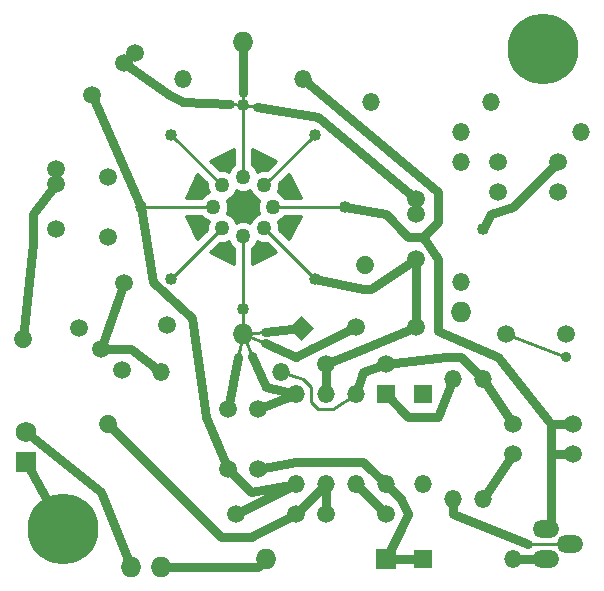
<source format=gbl>
G04 (created by PCBNEW (22-Jun-2014 BZR 4027)-stable) date Fri 29 Dec 2017 01:44:44 PM CST*
%MOIN*%
G04 Gerber Fmt 3.4, Leading zero omitted, Abs format*
%FSLAX34Y34*%
G01*
G70*
G90*
G04 APERTURE LIST*
%ADD10C,0.00590551*%
%ADD11O,0.0885X0.059*%
%ADD12O,0.059X0.059*%
%ADD13C,0.059*%
%ADD14C,0.05*%
%ADD15R,0.059X0.059*%
%ADD16O,0.069X0.069*%
%ADD17C,0.23622*%
%ADD18C,0.059*%
%ADD19R,0.069X0.069*%
%ADD20C,0.069*%
%ADD21C,0.04*%
%ADD22C,0.035*%
%ADD23C,0.03*%
%ADD24C,0.01*%
G04 APERTURE END LIST*
G54D10*
G54D11*
X95852Y-43250D03*
X96647Y-43750D03*
X95852Y-44250D03*
G54D12*
X92750Y-38250D03*
X92750Y-42250D03*
X93750Y-42250D03*
X93750Y-38250D03*
X83000Y-38000D03*
X87000Y-38000D03*
X83750Y-28250D03*
X87750Y-28250D03*
G54D13*
X81250Y-39750D02*
X81250Y-39750D01*
X78421Y-36921D02*
X78421Y-36921D01*
G54D14*
X85042Y-31792D03*
X86457Y-31792D03*
X86739Y-32500D03*
X85750Y-31510D03*
X86457Y-33207D03*
X85750Y-33489D03*
X85042Y-33207D03*
X84760Y-32500D03*
G54D15*
X90500Y-38750D03*
G54D12*
X89500Y-38750D03*
X88500Y-38750D03*
X87500Y-38750D03*
X87500Y-41750D03*
X88500Y-41750D03*
X90500Y-41750D03*
X89500Y-41750D03*
G54D16*
X83000Y-44500D03*
X82000Y-44500D03*
G54D17*
X95750Y-27250D03*
G54D18*
X80292Y-36542D03*
X81707Y-37957D03*
X81000Y-37250D03*
X94750Y-40750D03*
X96750Y-40750D03*
X91500Y-36500D03*
X89500Y-36500D03*
X85250Y-41250D03*
X85250Y-39250D03*
X86250Y-41250D03*
X86250Y-39250D03*
X88500Y-42750D03*
X90500Y-42750D03*
X81792Y-35042D03*
X83207Y-36457D03*
X81250Y-31500D03*
X81250Y-33500D03*
X96750Y-39750D03*
X94750Y-39750D03*
X90500Y-37750D03*
X88500Y-37750D03*
X87500Y-42750D03*
X85500Y-42750D03*
G54D16*
X85750Y-36750D03*
G54D19*
X90500Y-44250D03*
G54D16*
X86500Y-44250D03*
G54D15*
X91750Y-38750D03*
G54D12*
X91750Y-41750D03*
G54D10*
G36*
X87689Y-36143D02*
X88106Y-36560D01*
X87689Y-36977D01*
X87272Y-36560D01*
X87689Y-36143D01*
X87689Y-36143D01*
G37*
G54D13*
X89810Y-34439D02*
X89810Y-34439D01*
G54D15*
X91750Y-44250D03*
G54D12*
X94750Y-44250D03*
G54D18*
X82133Y-27366D03*
X80719Y-28780D03*
X81780Y-27719D03*
X79500Y-31250D03*
X79500Y-33250D03*
X79500Y-31750D03*
X91500Y-32250D03*
X91500Y-34250D03*
X91500Y-32750D03*
G54D19*
X78500Y-41000D03*
G54D20*
X78500Y-40000D03*
G54D17*
X79750Y-43250D03*
G54D16*
X85750Y-27000D03*
G54D12*
X90000Y-29000D03*
X94000Y-29000D03*
X97000Y-30000D03*
X93000Y-30000D03*
X93000Y-31000D03*
X93000Y-35000D03*
G54D18*
X94250Y-31000D03*
X96250Y-31000D03*
X96250Y-32000D03*
X94250Y-32000D03*
X96500Y-36750D03*
X94500Y-36750D03*
G54D16*
X93000Y-36000D03*
G54D21*
X89150Y-32500D03*
X82350Y-32500D03*
X88150Y-30100D03*
X83350Y-30100D03*
X88150Y-34900D03*
X83350Y-34900D03*
X85750Y-29100D03*
G54D22*
X96500Y-37500D03*
G54D21*
X93750Y-33250D03*
X85750Y-35900D03*
G54D23*
X89500Y-41000D02*
X89750Y-41000D01*
X87500Y-41000D02*
X89500Y-41000D01*
X86250Y-41250D02*
X87500Y-41000D01*
X89750Y-41000D02*
X90500Y-41750D01*
X90500Y-41750D02*
X91000Y-42250D01*
X91000Y-43250D02*
X90500Y-44250D01*
X91250Y-42750D02*
X91000Y-43250D01*
X91000Y-42250D02*
X91250Y-42750D01*
X90500Y-44250D02*
X91750Y-44250D01*
X78500Y-41000D02*
X79750Y-43250D01*
X96000Y-39750D02*
X94250Y-37500D01*
X92250Y-34250D02*
X92250Y-36642D01*
X92250Y-34250D02*
X91750Y-33500D01*
X94250Y-37500D02*
X92250Y-36642D01*
X96000Y-40750D02*
X96750Y-40750D01*
X96000Y-43250D02*
X96000Y-40750D01*
X96000Y-40750D02*
X96000Y-39750D01*
X96000Y-39750D02*
X96750Y-39750D01*
X91750Y-33500D02*
X92250Y-33000D01*
X92250Y-33000D02*
X92250Y-32000D01*
X92250Y-32000D02*
X87750Y-28250D01*
G54D24*
X86739Y-32500D02*
X89150Y-32500D01*
G54D23*
X89150Y-32500D02*
X90500Y-32750D01*
X91250Y-33500D02*
X91750Y-33500D01*
X90500Y-32750D02*
X91250Y-33500D01*
G54D24*
X89250Y-32500D02*
X89150Y-32500D01*
G54D23*
X82350Y-32500D02*
X80719Y-28780D01*
G54D24*
X84760Y-32500D02*
X82350Y-32500D01*
G54D23*
X84500Y-39500D02*
X85250Y-41250D01*
X82750Y-35000D02*
X84030Y-36217D01*
X84030Y-36217D02*
X84500Y-39500D01*
X82350Y-32500D02*
X82750Y-35000D01*
X87500Y-41750D02*
X86000Y-42000D01*
X86000Y-42000D02*
X85250Y-41250D01*
X87500Y-41750D02*
X85500Y-42750D01*
X90500Y-42750D02*
X89500Y-41750D01*
X81250Y-39750D02*
X85000Y-43500D01*
X86000Y-43500D02*
X87500Y-42750D01*
X85000Y-43500D02*
X86000Y-43500D01*
X88500Y-41750D02*
X87500Y-42750D01*
X88500Y-41750D02*
X88500Y-42750D01*
X93750Y-42250D02*
X94750Y-40750D01*
X90500Y-38750D02*
X91250Y-39500D01*
X92250Y-39500D02*
X92750Y-38250D01*
X91250Y-39500D02*
X92250Y-39500D01*
X94750Y-44250D02*
X96000Y-44250D01*
X95250Y-43750D02*
X92750Y-42750D01*
G54D24*
X96500Y-43750D02*
X95250Y-43750D01*
G54D23*
X92750Y-42750D02*
X92750Y-42250D01*
X90500Y-37750D02*
X92500Y-37500D01*
X93000Y-37500D02*
X93750Y-38250D01*
X92500Y-37500D02*
X93000Y-37500D01*
X93750Y-38250D02*
X94750Y-39750D01*
G54D24*
X87000Y-38000D02*
X87750Y-38250D01*
X88750Y-39250D02*
X89500Y-38750D01*
X88250Y-39250D02*
X88750Y-39250D01*
X88000Y-39000D02*
X88250Y-39250D01*
X88000Y-38500D02*
X88000Y-39000D01*
X87750Y-38250D02*
X88000Y-38500D01*
G54D23*
X89500Y-38750D02*
X89750Y-38000D01*
X89750Y-38000D02*
X90500Y-37750D01*
G54D24*
X86457Y-31792D02*
X88150Y-30100D01*
G54D23*
X83000Y-44500D02*
X86250Y-44500D01*
X86250Y-44500D02*
X86500Y-44250D01*
X79500Y-31750D02*
X78750Y-32750D01*
X78750Y-32750D02*
X78750Y-33750D01*
X78750Y-33750D02*
X78421Y-36921D01*
G54D24*
X85042Y-31792D02*
X83350Y-30100D01*
X83350Y-30100D02*
X83400Y-30100D01*
G54D23*
X79500Y-31750D02*
X79500Y-31250D01*
G54D24*
X86457Y-33207D02*
X88150Y-34900D01*
G54D23*
X91500Y-34250D02*
X91500Y-36500D01*
X88150Y-34900D02*
X89750Y-35250D01*
X90000Y-35250D02*
X91500Y-34250D01*
X89750Y-35250D02*
X90000Y-35250D01*
X88500Y-37750D02*
X89750Y-37250D01*
X89750Y-37250D02*
X91500Y-36500D01*
X88500Y-38750D02*
X88500Y-37750D01*
G54D24*
X88150Y-34900D02*
X88250Y-35000D01*
G54D23*
X81000Y-37250D02*
X82000Y-37250D01*
X82000Y-37250D02*
X83000Y-38000D01*
G54D24*
X83350Y-34900D02*
X85042Y-33207D01*
G54D23*
X81000Y-37250D02*
X81792Y-35042D01*
G54D24*
X85750Y-29100D02*
X85300Y-29077D01*
G54D23*
X85300Y-29077D02*
X83750Y-29000D01*
X83750Y-29000D02*
X83250Y-28750D01*
X83250Y-28750D02*
X81780Y-27719D01*
X81780Y-27719D02*
X82133Y-27366D01*
G54D24*
X85750Y-29100D02*
X85750Y-28700D01*
G54D23*
X85750Y-28700D02*
X85750Y-27000D01*
X91500Y-32250D02*
X91500Y-32750D01*
G54D24*
X85750Y-29100D02*
X86200Y-29172D01*
G54D23*
X86200Y-29172D02*
X88250Y-29500D01*
X88250Y-29500D02*
X91500Y-32250D01*
G54D24*
X85750Y-31510D02*
X85750Y-29100D01*
X94500Y-36750D02*
X96500Y-37500D01*
G54D23*
X94750Y-32500D02*
X96250Y-31000D01*
X94750Y-32500D02*
X94000Y-32750D01*
X93750Y-33250D02*
X94000Y-32750D01*
X78500Y-40000D02*
X81000Y-42000D01*
X81000Y-42000D02*
X82000Y-44500D01*
G54D24*
X85750Y-36750D02*
X85750Y-35900D01*
X85750Y-35900D02*
X85750Y-33489D01*
X85750Y-36750D02*
X86474Y-37060D01*
G54D23*
X86474Y-37060D02*
X87500Y-37500D01*
X87500Y-37500D02*
X88000Y-37250D01*
X88000Y-37250D02*
X89500Y-36500D01*
G54D24*
X85750Y-36750D02*
X86060Y-37474D01*
G54D23*
X86060Y-37474D02*
X86500Y-38500D01*
X86500Y-38500D02*
X87500Y-38750D01*
G54D24*
X85750Y-36750D02*
X86492Y-36677D01*
G54D23*
X86492Y-36677D02*
X87689Y-36560D01*
X85250Y-39250D02*
X85596Y-37519D01*
G54D24*
X85596Y-37519D02*
X85750Y-36750D01*
G54D23*
X86250Y-39250D02*
X86250Y-39250D01*
X86250Y-39250D02*
X87500Y-38750D01*
G54D24*
X86250Y-39250D02*
X87500Y-38750D01*
G54D10*
G36*
X84598Y-32025D02*
X84477Y-32075D01*
X84352Y-32200D01*
X83830Y-32200D01*
X84229Y-31403D01*
X84542Y-31717D01*
X84542Y-31891D01*
X84598Y-32025D01*
X84598Y-32025D01*
G37*
G54D24*
X84598Y-32025D02*
X84477Y-32075D01*
X84352Y-32200D01*
X83830Y-32200D01*
X84229Y-31403D01*
X84542Y-31717D01*
X84542Y-31891D01*
X84598Y-32025D01*
G54D10*
G36*
X84598Y-32974D02*
X84542Y-33107D01*
X84542Y-33282D01*
X84229Y-33596D01*
X83830Y-32800D01*
X84353Y-32800D01*
X84476Y-32923D01*
X84598Y-32974D01*
X84598Y-32974D01*
G37*
G54D24*
X84598Y-32974D02*
X84542Y-33107D01*
X84542Y-33282D01*
X84229Y-33596D01*
X83830Y-32800D01*
X84353Y-32800D01*
X84476Y-32923D01*
X84598Y-32974D01*
G54D10*
G36*
X85450Y-31103D02*
X85326Y-31226D01*
X85275Y-31348D01*
X85142Y-31292D01*
X84967Y-31292D01*
X84653Y-30979D01*
X85450Y-30580D01*
X85450Y-31103D01*
X85450Y-31103D01*
G37*
G54D24*
X85450Y-31103D02*
X85326Y-31226D01*
X85275Y-31348D01*
X85142Y-31292D01*
X84967Y-31292D01*
X84653Y-30979D01*
X85450Y-30580D01*
X85450Y-31103D01*
G54D10*
G36*
X85450Y-34419D02*
X84653Y-34020D01*
X84967Y-33707D01*
X85141Y-33707D01*
X85275Y-33651D01*
X85325Y-33772D01*
X85450Y-33897D01*
X85450Y-34419D01*
X85450Y-34419D01*
G37*
G54D24*
X85450Y-34419D02*
X84653Y-34020D01*
X84967Y-33707D01*
X85141Y-33707D01*
X85275Y-33651D01*
X85325Y-33772D01*
X85450Y-33897D01*
X85450Y-34419D01*
G54D10*
G36*
X86295Y-32267D02*
X86240Y-32400D01*
X86239Y-32599D01*
X86295Y-32732D01*
X86174Y-32782D01*
X86033Y-32923D01*
X85982Y-33045D01*
X85849Y-32990D01*
X85650Y-32989D01*
X85517Y-33045D01*
X85467Y-32924D01*
X85326Y-32783D01*
X85204Y-32732D01*
X85259Y-32599D01*
X85260Y-32400D01*
X85204Y-32267D01*
X85325Y-32217D01*
X85466Y-32076D01*
X85517Y-31954D01*
X85650Y-32009D01*
X85849Y-32010D01*
X85982Y-31954D01*
X86032Y-32075D01*
X86173Y-32216D01*
X86295Y-32267D01*
X86295Y-32267D01*
G37*
G54D24*
X86295Y-32267D02*
X86240Y-32400D01*
X86239Y-32599D01*
X86295Y-32732D01*
X86174Y-32782D01*
X86033Y-32923D01*
X85982Y-33045D01*
X85849Y-32990D01*
X85650Y-32989D01*
X85517Y-33045D01*
X85467Y-32924D01*
X85326Y-32783D01*
X85204Y-32732D01*
X85259Y-32599D01*
X85260Y-32400D01*
X85204Y-32267D01*
X85325Y-32217D01*
X85466Y-32076D01*
X85517Y-31954D01*
X85650Y-32009D01*
X85849Y-32010D01*
X85982Y-31954D01*
X86032Y-32075D01*
X86173Y-32216D01*
X86295Y-32267D01*
G54D10*
G36*
X86846Y-30979D02*
X86532Y-31292D01*
X86358Y-31292D01*
X86224Y-31348D01*
X86174Y-31227D01*
X86050Y-31102D01*
X86050Y-30580D01*
X86846Y-30979D01*
X86846Y-30979D01*
G37*
G54D24*
X86846Y-30979D02*
X86532Y-31292D01*
X86358Y-31292D01*
X86224Y-31348D01*
X86174Y-31227D01*
X86050Y-31102D01*
X86050Y-30580D01*
X86846Y-30979D01*
G54D10*
G36*
X86846Y-34020D02*
X86050Y-34419D01*
X86050Y-33896D01*
X86173Y-33773D01*
X86224Y-33651D01*
X86357Y-33707D01*
X86532Y-33707D01*
X86846Y-34020D01*
X86846Y-34020D01*
G37*
G54D24*
X86846Y-34020D02*
X86050Y-34419D01*
X86050Y-33896D01*
X86173Y-33773D01*
X86224Y-33651D01*
X86357Y-33707D01*
X86532Y-33707D01*
X86846Y-34020D01*
G54D10*
G36*
X87669Y-32200D02*
X87146Y-32200D01*
X87023Y-32076D01*
X86901Y-32025D01*
X86957Y-31892D01*
X86957Y-31717D01*
X87270Y-31403D01*
X87669Y-32200D01*
X87669Y-32200D01*
G37*
G54D24*
X87669Y-32200D02*
X87146Y-32200D01*
X87023Y-32076D01*
X86901Y-32025D01*
X86957Y-31892D01*
X86957Y-31717D01*
X87270Y-31403D01*
X87669Y-32200D01*
G54D10*
G36*
X87669Y-32800D02*
X87270Y-33596D01*
X86957Y-33282D01*
X86957Y-33108D01*
X86901Y-32974D01*
X87022Y-32924D01*
X87147Y-32800D01*
X87669Y-32800D01*
X87669Y-32800D01*
G37*
G54D24*
X87669Y-32800D02*
X87270Y-33596D01*
X86957Y-33282D01*
X86957Y-33108D01*
X86901Y-32974D01*
X87022Y-32924D01*
X87147Y-32800D01*
X87669Y-32800D01*
M02*

</source>
